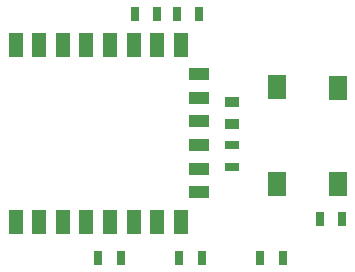
<source format=gtp>
G04*
G04 #@! TF.GenerationSoftware,Altium Limited,Altium Designer,19.0.15 (446)*
G04*
G04 Layer_Color=8421504*
%FSLAX44Y44*%
%MOMM*%
G71*
G01*
G75*
%ADD14R,1.5000X2.0000*%
%ADD15R,1.3000X0.9000*%
%ADD16R,0.7000X1.3000*%
%ADD17R,1.3000X0.7000*%
%ADD18R,1.7000X1.1000*%
%ADD19R,1.2000X2.0000*%
D14*
X568198Y307996D02*
D03*
Y389996D02*
D03*
X619506Y307488D02*
D03*
Y389488D02*
D03*
D15*
X530098Y358546D02*
D03*
Y377546D02*
D03*
D16*
X504038Y245364D02*
D03*
X485038D02*
D03*
X572618D02*
D03*
X553618D02*
D03*
X435458D02*
D03*
X416458D02*
D03*
X622910Y278130D02*
D03*
X603910D02*
D03*
X447294Y452120D02*
D03*
X466294D02*
D03*
X502158D02*
D03*
X483158D02*
D03*
D17*
X530098Y341224D02*
D03*
Y322224D02*
D03*
D18*
X501560Y400793D02*
D03*
Y380793D02*
D03*
Y360793D02*
D03*
Y340793D02*
D03*
Y320793D02*
D03*
Y300793D02*
D03*
D19*
X346560Y425793D02*
D03*
X366560D02*
D03*
X386560D02*
D03*
X406560D02*
D03*
X426560D02*
D03*
X446560D02*
D03*
X466560D02*
D03*
X486560D02*
D03*
Y275793D02*
D03*
X466560D02*
D03*
X446560D02*
D03*
X426560D02*
D03*
X406560D02*
D03*
X386560D02*
D03*
X366560D02*
D03*
X346560D02*
D03*
M02*

</source>
